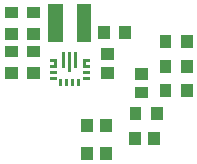
<source format=gbp>
G04 Layer: BottomPasteMaskLayer*
G04 EasyEDA v6.3.53, 2020-06-11T20:36:36+02:00*
G04 f86898c5f0de4d6e8d1821827ec38a2b,d798ca008b2c48fc9d28453cf4f639a5,10*
G04 Gerber Generator version 0.2*
G04 Scale: 100 percent, Rotated: No, Reflected: No *
G04 Dimensions in millimeters *
G04 leading zeros omitted , absolute positions ,3 integer and 3 decimal *
%FSLAX33Y33*%
%MOMM*%
G90*
G71D02*


%LPD*%
G36*
G01X13635Y9101D02*
G01X14635Y9101D01*
G01X14635Y10202D01*
G01X13635Y10202D01*
G01X13635Y9101D01*
G37*
G36*
G01X12035Y9101D02*
G01X13035Y9101D01*
G01X13035Y10202D01*
G01X12035Y10202D01*
G01X12035Y9101D01*
G37*
G36*
G01X17699Y10371D02*
G01X18699Y10371D01*
G01X18699Y11472D01*
G01X17699Y11472D01*
G01X17699Y10371D01*
G37*
G36*
G01X16099Y10371D02*
G01X17099Y10371D01*
G01X17099Y11472D01*
G01X16099Y11472D01*
G01X16099Y10371D01*
G37*
G36*
G01X13034Y12615D02*
G01X12034Y12615D01*
G01X12034Y11514D01*
G01X13034Y11514D01*
G01X13034Y12615D01*
G37*
G36*
G01X14634Y12615D02*
G01X13634Y12615D01*
G01X13634Y11514D01*
G01X14634Y11514D01*
G01X14634Y12615D01*
G37*
G36*
G01X5545Y18798D02*
G01X5545Y17798D01*
G01X6646Y17798D01*
G01X6646Y18798D01*
G01X5545Y18798D01*
G37*
G36*
G01X5545Y16998D02*
G01X5545Y15998D01*
G01X6646Y15998D01*
G01X6646Y16998D01*
G01X5545Y16998D01*
G37*
G36*
G01X8551Y19301D02*
G01X8551Y20301D01*
G01X7450Y20301D01*
G01X7450Y19301D01*
G01X8551Y19301D01*
G37*
G36*
G01X8551Y21101D02*
G01X8551Y22101D01*
G01X7450Y22101D01*
G01X7450Y21101D01*
G01X8551Y21101D01*
G37*
G36*
G01X6646Y19301D02*
G01X6646Y20301D01*
G01X5545Y20301D01*
G01X5545Y19301D01*
G01X6646Y19301D01*
G37*
G36*
G01X6646Y21101D02*
G01X6646Y22101D01*
G01X5545Y22101D01*
G01X5545Y21101D01*
G01X6646Y21101D01*
G37*
G36*
G01X21465Y17568D02*
G01X20465Y17568D01*
G01X20465Y16467D01*
G01X21465Y16467D01*
G01X21465Y17568D01*
G37*
G36*
G01X19665Y17568D02*
G01X18665Y17568D01*
G01X18665Y16467D01*
G01X19665Y16467D01*
G01X19665Y17568D01*
G37*
G36*
G01X18925Y13631D02*
G01X17925Y13631D01*
G01X17925Y12530D01*
G01X18925Y12530D01*
G01X18925Y13631D01*
G37*
G36*
G01X17125Y13631D02*
G01X16125Y13631D01*
G01X16125Y12530D01*
G01X17125Y12530D01*
G01X17125Y13631D01*
G37*
G36*
G01X21465Y19727D02*
G01X20465Y19727D01*
G01X20465Y18626D01*
G01X21465Y18626D01*
G01X21465Y19727D01*
G37*
G36*
G01X19665Y19727D02*
G01X18665Y19727D01*
G01X18665Y18626D01*
G01X19665Y18626D01*
G01X19665Y19727D01*
G37*
G36*
G01X18666Y14435D02*
G01X19666Y14435D01*
G01X19666Y15536D01*
G01X18666Y15536D01*
G01X18666Y14435D01*
G37*
G36*
G01X20466Y14435D02*
G01X21466Y14435D01*
G01X21466Y15536D01*
G01X20466Y15536D01*
G01X20466Y14435D01*
G37*
G36*
G01X16258Y20489D02*
G01X15258Y20489D01*
G01X15258Y19388D01*
G01X16258Y19388D01*
G01X16258Y20489D01*
G37*
G36*
G01X14458Y20489D02*
G01X13458Y20489D01*
G01X13458Y19388D01*
G01X14458Y19388D01*
G01X14458Y20489D01*
G37*
G36*
G01X8551Y15999D02*
G01X8551Y16999D01*
G01X7450Y16999D01*
G01X7450Y15999D01*
G01X8551Y15999D01*
G37*
G36*
G01X8551Y17799D02*
G01X8551Y18799D01*
G01X7450Y18799D01*
G01X7450Y17799D01*
G01X8551Y17799D01*
G37*
G36*
G01X11674Y15374D02*
G01X11924Y15374D01*
G01X11924Y15974D01*
G01X11674Y15974D01*
G01X11674Y15374D01*
G37*
G36*
G01X11174Y15374D02*
G01X11424Y15374D01*
G01X11424Y15974D01*
G01X11174Y15974D01*
G01X11174Y15374D01*
G37*
G36*
G01X10674Y15374D02*
G01X10924Y15374D01*
G01X10924Y15974D01*
G01X10674Y15974D01*
G01X10674Y15374D01*
G37*
G36*
G01X10174Y15374D02*
G01X10424Y15374D01*
G01X10424Y15974D01*
G01X10174Y15974D01*
G01X10174Y15374D01*
G37*
G36*
G01X9349Y16149D02*
G01X9349Y15899D01*
G01X9949Y15899D01*
G01X9949Y16149D01*
G01X9349Y16149D01*
G37*
G36*
G01X9349Y16649D02*
G01X9349Y16399D01*
G01X9949Y16399D01*
G01X9949Y16649D01*
G01X9349Y16649D01*
G37*
G36*
G01X9349Y17149D02*
G01X9349Y16899D01*
G01X9949Y16899D01*
G01X9949Y17149D01*
G01X9349Y17149D01*
G37*
G36*
G01X9348Y17649D02*
G01X9348Y17399D01*
G01X9948Y17399D01*
G01X9948Y17649D01*
G01X9348Y17649D01*
G37*
G36*
G01X10674Y18274D02*
G01X10424Y18274D01*
G01X10424Y16924D01*
G01X10674Y16924D01*
G01X10674Y18274D01*
G37*
G36*
G01X11173Y18274D02*
G01X10924Y18274D01*
G01X10924Y16574D01*
G01X11173Y16574D01*
G01X11173Y18274D01*
G37*
G36*
G01X11674Y18274D02*
G01X11424Y18274D01*
G01X11424Y16924D01*
G01X11674Y16924D01*
G01X11674Y18274D01*
G37*
G36*
G01X12749Y17399D02*
G01X12749Y17649D01*
G01X12149Y17649D01*
G01X12149Y17399D01*
G01X12749Y17399D01*
G37*
G36*
G01X12749Y16899D02*
G01X12749Y17149D01*
G01X12149Y17149D01*
G01X12149Y16899D01*
G01X12749Y16899D01*
G37*
G36*
G01X12749Y16399D02*
G01X12749Y16649D01*
G01X12149Y16649D01*
G01X12149Y16399D01*
G01X12749Y16399D01*
G37*
G36*
G01X12749Y15899D02*
G01X12749Y16149D01*
G01X12149Y16149D01*
G01X12149Y15899D01*
G01X12749Y15899D01*
G37*
G36*
G01X12149Y16899D02*
G01X12399Y16899D01*
G01X12399Y17649D01*
G01X12149Y17649D01*
G01X12149Y16899D01*
G37*
G36*
G01X9948Y17649D02*
G01X9698Y17649D01*
G01X9698Y16899D01*
G01X9948Y16899D01*
G01X9948Y17649D01*
G37*
G36*
G01X14774Y17572D02*
G01X14774Y18572D01*
G01X13673Y18572D01*
G01X13673Y17572D01*
G01X14774Y17572D01*
G37*
G36*
G01X14774Y15972D02*
G01X14774Y16972D01*
G01X13673Y16972D01*
G01X13673Y15972D01*
G01X14774Y15972D01*
G37*
G36*
G01X16594Y15320D02*
G01X16594Y14320D01*
G01X17695Y14320D01*
G01X17695Y15320D01*
G01X16594Y15320D01*
G37*
G36*
G01X16594Y16920D02*
G01X16594Y15920D01*
G01X17695Y15920D01*
G01X17695Y16920D01*
G01X16594Y16920D01*
G37*
G36*
G01X11648Y19101D02*
G01X12848Y19101D01*
G01X12848Y22300D01*
G01X11648Y22300D01*
G01X11648Y19101D01*
G37*
G36*
G01X9249Y19101D02*
G01X10449Y19101D01*
G01X10449Y22300D01*
G01X9249Y22300D01*
G01X9249Y19101D01*
G37*
M00*
M02*

</source>
